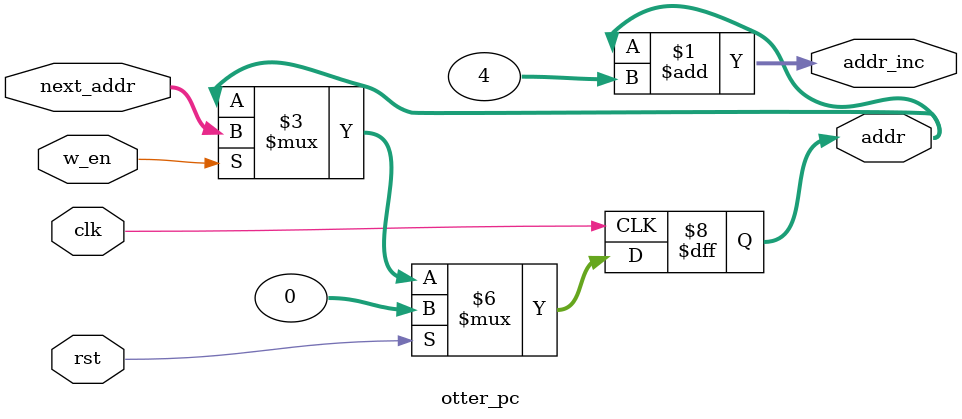
<source format=v>
`timescale 1ns / 1ps

`include "otter_defines.vh"

module otter_pc (
    input             clk,
    input             rst,
    input             w_en,
    input      [31:0] next_addr,

    output reg [31:0] addr,
    output     [31:0] addr_inc
);

    assign addr_inc = addr + 'd4;

    always @(posedge clk) begin
        if (rst) begin
            addr <= 0;
        end else if (w_en) begin
            addr <= next_addr;
        end
    end

endmodule

</source>
